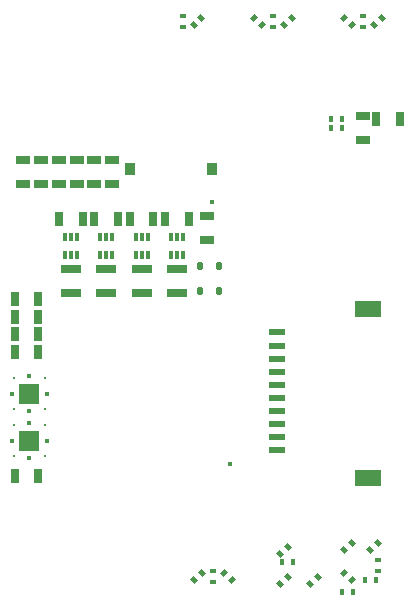
<source format=gtp>
G04*
G04 #@! TF.GenerationSoftware,Altium Limited,Altium Designer,24.5.2 (23)*
G04*
G04 Layer_Color=12040119*
%FSLAX25Y25*%
%MOIN*%
G70*
G04*
G04 #@! TF.SameCoordinates,6DF05ACD-99E5-4A60-94F4-888D25E85DCD*
G04*
G04*
G04 #@! TF.FilePolarity,Positive*
G04*
G01*
G75*
%ADD14R,0.01181X0.02638*%
%ADD15R,0.01575X0.01575*%
%ADD16R,0.03150X0.05118*%
%ADD17C,0.00591*%
%ADD18R,0.03543X0.04331*%
%ADD19R,0.05118X0.03150*%
%ADD20R,0.01406X0.01206*%
%ADD21R,0.00606X0.00606*%
%ADD22R,0.07087X0.07087*%
%ADD23R,0.01406X0.00406*%
%ADD24R,0.00406X0.01406*%
%ADD25R,0.01206X0.01406*%
G04:AMPARAMS|DCode=26|XSize=15.75mil|YSize=19.68mil|CornerRadius=0mil|HoleSize=0mil|Usage=FLASHONLY|Rotation=315.000|XOffset=0mil|YOffset=0mil|HoleType=Round|Shape=Rectangle|*
%AMROTATEDRECTD26*
4,1,4,-0.01253,-0.00139,0.00139,0.01253,0.01253,0.00139,-0.00139,-0.01253,-0.01253,-0.00139,0.0*
%
%ADD26ROTATEDRECTD26*%

%ADD27R,0.01968X0.01575*%
G04:AMPARAMS|DCode=28|XSize=15.75mil|YSize=19.68mil|CornerRadius=0mil|HoleSize=0mil|Usage=FLASHONLY|Rotation=225.000|XOffset=0mil|YOffset=0mil|HoleType=Round|Shape=Rectangle|*
%AMROTATEDRECTD28*
4,1,4,-0.00139,0.01253,0.01253,-0.00139,0.00139,-0.01253,-0.01253,0.00139,-0.00139,0.01253,0.0*
%
%ADD28ROTATEDRECTD28*%

%ADD29R,0.01575X0.01968*%
%ADD30R,0.05512X0.01968*%
%ADD31R,0.08819X0.05512*%
%ADD32R,0.06693X0.03150*%
G04:AMPARAMS|DCode=33|XSize=19.68mil|YSize=23.62mil|CornerRadius=3.94mil|HoleSize=0mil|Usage=FLASHONLY|Rotation=0.000|XOffset=0mil|YOffset=0mil|HoleType=Round|Shape=RoundedRectangle|*
%AMROUNDEDRECTD33*
21,1,0.01968,0.01575,0,0,0.0*
21,1,0.01181,0.02362,0,0,0.0*
1,1,0.00787,0.00591,-0.00787*
1,1,0.00787,-0.00591,-0.00787*
1,1,0.00787,-0.00591,0.00787*
1,1,0.00787,0.00591,0.00787*
%
%ADD33ROUNDEDRECTD33*%
D14*
X-11812Y14803D02*
D03*
X-9843D02*
D03*
X-7874D02*
D03*
Y20630D02*
D03*
X-9843D02*
D03*
X-11812D02*
D03*
X-0Y14803D02*
D03*
X1969D02*
D03*
X3937D02*
D03*
Y20630D02*
D03*
X1969D02*
D03*
X-0D02*
D03*
X11811Y14803D02*
D03*
X13780D02*
D03*
X15748D02*
D03*
Y20630D02*
D03*
X13780D02*
D03*
X11811D02*
D03*
X23621Y14803D02*
D03*
X25591D02*
D03*
X27560D02*
D03*
Y20630D02*
D03*
X25591D02*
D03*
X23621D02*
D03*
D15*
X37402Y32480D02*
D03*
X43307Y-55118D02*
D03*
D16*
X-28543Y-59055D02*
D03*
X-20669D02*
D03*
X91929Y60039D02*
D03*
X99803D02*
D03*
X-1969Y26575D02*
D03*
X5906D02*
D03*
X-13780D02*
D03*
X-5906D02*
D03*
X9843D02*
D03*
X17717D02*
D03*
X21654D02*
D03*
X29528D02*
D03*
X-20669Y-17717D02*
D03*
X-28543D02*
D03*
X-20669Y-11811D02*
D03*
X-28543D02*
D03*
X-20669Y0D02*
D03*
X-28543D02*
D03*
X-20669Y-5906D02*
D03*
X-28543D02*
D03*
D17*
X39370Y-3937D02*
D03*
Y-5906D02*
D03*
Y-7874D02*
D03*
Y-9843D02*
D03*
Y-11811D02*
D03*
Y-13780D02*
D03*
Y-15748D02*
D03*
Y-17717D02*
D03*
Y-19685D02*
D03*
Y-21654D02*
D03*
Y-23622D02*
D03*
Y-25591D02*
D03*
Y-27559D02*
D03*
Y-29528D02*
D03*
Y-31496D02*
D03*
Y-33465D02*
D03*
Y-35433D02*
D03*
Y-37402D02*
D03*
Y-39370D02*
D03*
Y-41339D02*
D03*
Y-43307D02*
D03*
Y-45276D02*
D03*
Y-47244D02*
D03*
Y-49213D02*
D03*
Y-51181D02*
D03*
X37402Y-3937D02*
D03*
Y-5906D02*
D03*
Y-7874D02*
D03*
Y-9843D02*
D03*
Y-11811D02*
D03*
Y-13780D02*
D03*
Y-15748D02*
D03*
Y-17717D02*
D03*
Y-19685D02*
D03*
Y-21654D02*
D03*
Y-23622D02*
D03*
Y-25591D02*
D03*
Y-27559D02*
D03*
Y-29528D02*
D03*
Y-31496D02*
D03*
Y-33465D02*
D03*
Y-35433D02*
D03*
Y-37402D02*
D03*
Y-39370D02*
D03*
Y-41339D02*
D03*
Y-43307D02*
D03*
Y-45276D02*
D03*
Y-47244D02*
D03*
Y-49213D02*
D03*
Y-51181D02*
D03*
X35433Y-3937D02*
D03*
Y-5906D02*
D03*
Y-11811D02*
D03*
Y-13780D02*
D03*
Y-19685D02*
D03*
Y-23622D02*
D03*
Y-27559D02*
D03*
Y-31496D02*
D03*
Y-35433D02*
D03*
Y-41339D02*
D03*
Y-43307D02*
D03*
Y-49213D02*
D03*
Y-51181D02*
D03*
X33465Y-3937D02*
D03*
Y-5906D02*
D03*
Y-9843D02*
D03*
Y-13780D02*
D03*
Y-19685D02*
D03*
Y-21654D02*
D03*
Y-25591D02*
D03*
Y-29528D02*
D03*
Y-33465D02*
D03*
Y-35433D02*
D03*
Y-41339D02*
D03*
Y-45276D02*
D03*
Y-49213D02*
D03*
Y-51181D02*
D03*
X31496Y-3937D02*
D03*
Y-5906D02*
D03*
Y-7874D02*
D03*
Y-11811D02*
D03*
Y-15748D02*
D03*
Y-17717D02*
D03*
Y-23622D02*
D03*
Y-25591D02*
D03*
Y-29528D02*
D03*
Y-31496D02*
D03*
Y-37402D02*
D03*
Y-39370D02*
D03*
Y-43307D02*
D03*
Y-47244D02*
D03*
Y-49213D02*
D03*
Y-51181D02*
D03*
X29528Y-3937D02*
D03*
Y-5906D02*
D03*
Y-7874D02*
D03*
Y-9843D02*
D03*
Y-13780D02*
D03*
Y-17717D02*
D03*
Y-23622D02*
D03*
Y-27559D02*
D03*
Y-31496D02*
D03*
Y-37402D02*
D03*
Y-41339D02*
D03*
Y-45276D02*
D03*
Y-47244D02*
D03*
Y-49213D02*
D03*
Y-51181D02*
D03*
X27559Y-3937D02*
D03*
Y-5906D02*
D03*
Y-11811D02*
D03*
Y-15748D02*
D03*
Y-19685D02*
D03*
Y-21654D02*
D03*
Y-25591D02*
D03*
Y-27559D02*
D03*
Y-29528D02*
D03*
Y-33465D02*
D03*
Y-35433D02*
D03*
Y-39370D02*
D03*
Y-43307D02*
D03*
Y-49213D02*
D03*
Y-51181D02*
D03*
X25591Y-3937D02*
D03*
Y-5906D02*
D03*
Y-11811D02*
D03*
Y-13780D02*
D03*
Y-17717D02*
D03*
Y-19685D02*
D03*
Y-21654D02*
D03*
Y-23622D02*
D03*
Y-27559D02*
D03*
Y-31496D02*
D03*
Y-33465D02*
D03*
Y-35433D02*
D03*
Y-37402D02*
D03*
Y-41339D02*
D03*
Y-43307D02*
D03*
Y-49213D02*
D03*
Y-51181D02*
D03*
X23622Y-3937D02*
D03*
Y-5906D02*
D03*
Y-7874D02*
D03*
Y-9843D02*
D03*
Y-15748D02*
D03*
Y-17717D02*
D03*
Y-23622D02*
D03*
Y-25591D02*
D03*
Y-27559D02*
D03*
Y-29528D02*
D03*
Y-37402D02*
D03*
Y-39370D02*
D03*
Y-45276D02*
D03*
Y-47244D02*
D03*
Y-49213D02*
D03*
Y-51181D02*
D03*
X21654Y-3937D02*
D03*
Y-5906D02*
D03*
Y-7874D02*
D03*
Y-9843D02*
D03*
Y-15748D02*
D03*
Y-19685D02*
D03*
Y-21654D02*
D03*
Y-27559D02*
D03*
Y-31496D02*
D03*
Y-33465D02*
D03*
Y-35433D02*
D03*
Y-37402D02*
D03*
Y-39370D02*
D03*
Y-45276D02*
D03*
Y-49213D02*
D03*
Y-51181D02*
D03*
X19685Y-3937D02*
D03*
Y-5906D02*
D03*
Y-11811D02*
D03*
Y-13780D02*
D03*
Y-17717D02*
D03*
Y-23622D02*
D03*
Y-25591D02*
D03*
Y-29528D02*
D03*
Y-31496D02*
D03*
Y-37402D02*
D03*
Y-41339D02*
D03*
Y-43307D02*
D03*
Y-47244D02*
D03*
Y-49213D02*
D03*
Y-51181D02*
D03*
X17717Y-3937D02*
D03*
Y-5906D02*
D03*
Y-9843D02*
D03*
Y-11811D02*
D03*
Y-15748D02*
D03*
Y-17717D02*
D03*
Y-19685D02*
D03*
Y-21654D02*
D03*
Y-25591D02*
D03*
Y-27559D02*
D03*
Y-33465D02*
D03*
Y-35433D02*
D03*
Y-37402D02*
D03*
Y-39370D02*
D03*
Y-43307D02*
D03*
Y-45276D02*
D03*
Y-49213D02*
D03*
Y-51181D02*
D03*
X15748Y-3937D02*
D03*
Y-5906D02*
D03*
Y-7874D02*
D03*
Y-13780D02*
D03*
Y-17717D02*
D03*
Y-23622D02*
D03*
Y-25591D02*
D03*
Y-27559D02*
D03*
Y-29528D02*
D03*
Y-31496D02*
D03*
Y-37402D02*
D03*
Y-41339D02*
D03*
Y-47244D02*
D03*
Y-49213D02*
D03*
Y-51181D02*
D03*
X13780Y-3937D02*
D03*
Y-5906D02*
D03*
Y-9843D02*
D03*
Y-11811D02*
D03*
Y-15748D02*
D03*
Y-19685D02*
D03*
Y-21654D02*
D03*
Y-27559D02*
D03*
Y-33465D02*
D03*
Y-35433D02*
D03*
Y-37402D02*
D03*
Y-39370D02*
D03*
Y-43307D02*
D03*
Y-45276D02*
D03*
Y-49213D02*
D03*
Y-51181D02*
D03*
X11811Y-3937D02*
D03*
Y-5906D02*
D03*
Y-7874D02*
D03*
Y-11811D02*
D03*
Y-13780D02*
D03*
Y-17717D02*
D03*
Y-23622D02*
D03*
Y-25591D02*
D03*
Y-27559D02*
D03*
Y-29528D02*
D03*
Y-31496D02*
D03*
Y-37402D02*
D03*
Y-41339D02*
D03*
Y-43307D02*
D03*
Y-47244D02*
D03*
Y-49213D02*
D03*
Y-51181D02*
D03*
X9843Y-3937D02*
D03*
Y-5906D02*
D03*
Y-9843D02*
D03*
Y-15748D02*
D03*
Y-17717D02*
D03*
Y-19685D02*
D03*
Y-21654D02*
D03*
Y-27559D02*
D03*
Y-29528D02*
D03*
Y-33465D02*
D03*
Y-35433D02*
D03*
Y-37402D02*
D03*
Y-39370D02*
D03*
Y-45276D02*
D03*
Y-49213D02*
D03*
Y-51181D02*
D03*
X7874Y-3937D02*
D03*
Y-5906D02*
D03*
Y-7874D02*
D03*
Y-9843D02*
D03*
Y-15748D02*
D03*
Y-17717D02*
D03*
Y-23622D02*
D03*
Y-25591D02*
D03*
Y-29528D02*
D03*
Y-31496D02*
D03*
Y-37402D02*
D03*
Y-39370D02*
D03*
Y-45276D02*
D03*
Y-47244D02*
D03*
Y-49213D02*
D03*
Y-51181D02*
D03*
X5906Y-3937D02*
D03*
Y-5906D02*
D03*
Y-11811D02*
D03*
Y-13780D02*
D03*
Y-17717D02*
D03*
Y-19685D02*
D03*
Y-21654D02*
D03*
Y-23622D02*
D03*
Y-27559D02*
D03*
Y-31496D02*
D03*
Y-33465D02*
D03*
Y-35433D02*
D03*
Y-37402D02*
D03*
Y-41339D02*
D03*
Y-43307D02*
D03*
Y-49213D02*
D03*
Y-51181D02*
D03*
X3937Y-3937D02*
D03*
Y-5906D02*
D03*
Y-11811D02*
D03*
Y-15748D02*
D03*
Y-19685D02*
D03*
Y-21654D02*
D03*
Y-25591D02*
D03*
Y-27559D02*
D03*
Y-29528D02*
D03*
Y-33465D02*
D03*
Y-35433D02*
D03*
Y-39370D02*
D03*
Y-43307D02*
D03*
Y-49213D02*
D03*
Y-51181D02*
D03*
X1969Y-3937D02*
D03*
Y-5906D02*
D03*
Y-7874D02*
D03*
Y-9843D02*
D03*
Y-13780D02*
D03*
Y-17717D02*
D03*
Y-23622D02*
D03*
Y-27559D02*
D03*
Y-31496D02*
D03*
Y-37402D02*
D03*
Y-41339D02*
D03*
Y-45276D02*
D03*
Y-47244D02*
D03*
Y-49213D02*
D03*
Y-51181D02*
D03*
X0Y-3937D02*
D03*
Y-5906D02*
D03*
Y-7874D02*
D03*
Y-11811D02*
D03*
Y-15748D02*
D03*
Y-17717D02*
D03*
Y-23622D02*
D03*
Y-25591D02*
D03*
Y-29528D02*
D03*
Y-31496D02*
D03*
Y-37402D02*
D03*
Y-39370D02*
D03*
Y-43307D02*
D03*
Y-47244D02*
D03*
Y-49213D02*
D03*
Y-51181D02*
D03*
X-1969Y-3937D02*
D03*
Y-5906D02*
D03*
Y-9843D02*
D03*
Y-13780D02*
D03*
Y-19685D02*
D03*
Y-21654D02*
D03*
Y-25591D02*
D03*
Y-29528D02*
D03*
Y-33465D02*
D03*
Y-35433D02*
D03*
Y-41339D02*
D03*
Y-45276D02*
D03*
Y-49213D02*
D03*
Y-51181D02*
D03*
X-3937Y-3937D02*
D03*
Y-5906D02*
D03*
Y-11811D02*
D03*
Y-13780D02*
D03*
Y-19685D02*
D03*
Y-23622D02*
D03*
Y-27559D02*
D03*
Y-31496D02*
D03*
Y-35433D02*
D03*
Y-41339D02*
D03*
Y-43307D02*
D03*
Y-49213D02*
D03*
Y-51181D02*
D03*
X-5906Y-3937D02*
D03*
Y-5906D02*
D03*
Y-7874D02*
D03*
Y-9843D02*
D03*
Y-11811D02*
D03*
Y-13780D02*
D03*
Y-15748D02*
D03*
Y-17717D02*
D03*
Y-19685D02*
D03*
Y-21654D02*
D03*
Y-23622D02*
D03*
Y-25591D02*
D03*
Y-27559D02*
D03*
Y-29528D02*
D03*
Y-31496D02*
D03*
Y-33465D02*
D03*
Y-35433D02*
D03*
Y-37402D02*
D03*
Y-39370D02*
D03*
Y-41339D02*
D03*
Y-43307D02*
D03*
Y-45276D02*
D03*
Y-47244D02*
D03*
Y-49213D02*
D03*
Y-51181D02*
D03*
X-7874Y-3937D02*
D03*
Y-5906D02*
D03*
Y-7874D02*
D03*
Y-9843D02*
D03*
Y-11811D02*
D03*
Y-13780D02*
D03*
Y-15748D02*
D03*
Y-17717D02*
D03*
Y-19685D02*
D03*
Y-21654D02*
D03*
Y-23622D02*
D03*
Y-25591D02*
D03*
Y-27559D02*
D03*
Y-29528D02*
D03*
Y-31496D02*
D03*
Y-33465D02*
D03*
Y-35433D02*
D03*
Y-37402D02*
D03*
Y-39370D02*
D03*
Y-41339D02*
D03*
Y-43307D02*
D03*
Y-45276D02*
D03*
Y-47244D02*
D03*
Y-49213D02*
D03*
Y-51181D02*
D03*
D18*
X9843Y43307D02*
D03*
X37402D02*
D03*
D19*
X-19685Y46260D02*
D03*
Y38386D02*
D03*
X-25591Y46260D02*
D03*
Y38386D02*
D03*
X-13780Y46260D02*
D03*
Y38386D02*
D03*
X-7874Y46260D02*
D03*
Y38386D02*
D03*
X-1969Y46260D02*
D03*
Y38386D02*
D03*
X3937Y46260D02*
D03*
Y38386D02*
D03*
X87598Y61024D02*
D03*
Y53150D02*
D03*
X35433Y27559D02*
D03*
Y19685D02*
D03*
D20*
X-17815Y-31496D02*
D03*
X-29429D02*
D03*
Y-47244D02*
D03*
X-17815D02*
D03*
D21*
X-18406Y-36713D02*
D03*
X-28839D02*
D03*
Y-26280D02*
D03*
X-18406D02*
D03*
Y-42028D02*
D03*
X-28839D02*
D03*
Y-52461D02*
D03*
X-18406D02*
D03*
D22*
X-23622Y-31496D02*
D03*
Y-47244D02*
D03*
D23*
X-17815Y-27953D02*
D03*
Y-29528D02*
D03*
Y-33465D02*
D03*
Y-35039D02*
D03*
X-29429D02*
D03*
Y-33465D02*
D03*
Y-29528D02*
D03*
Y-27953D02*
D03*
Y-43701D02*
D03*
Y-45276D02*
D03*
Y-49213D02*
D03*
Y-50787D02*
D03*
X-17815D02*
D03*
Y-49213D02*
D03*
Y-45276D02*
D03*
Y-43701D02*
D03*
D24*
X-20079Y-37303D02*
D03*
X-21654D02*
D03*
X-25591D02*
D03*
X-27165D02*
D03*
Y-25689D02*
D03*
X-25591D02*
D03*
X-21654D02*
D03*
X-20079D02*
D03*
Y-41437D02*
D03*
X-21654D02*
D03*
X-25591D02*
D03*
X-27165D02*
D03*
Y-53051D02*
D03*
X-25591D02*
D03*
X-21654D02*
D03*
X-20079D02*
D03*
D25*
X-23622Y-37303D02*
D03*
Y-25689D02*
D03*
Y-41437D02*
D03*
Y-53051D02*
D03*
D26*
X43753Y-93753D02*
D03*
X41247Y-91247D02*
D03*
X83753Y91247D02*
D03*
X81247Y93753D02*
D03*
X51247D02*
D03*
X53753Y91247D02*
D03*
X81247Y-91247D02*
D03*
X83753Y-93753D02*
D03*
D27*
X37500Y-90728D02*
D03*
Y-94272D02*
D03*
X57500Y90728D02*
D03*
Y94272D02*
D03*
X27500D02*
D03*
Y90728D02*
D03*
X87500D02*
D03*
Y94272D02*
D03*
X92500Y-86978D02*
D03*
Y-90522D02*
D03*
D28*
X31247Y-93753D02*
D03*
X33753Y-91247D02*
D03*
X93753Y93753D02*
D03*
X91247Y91247D02*
D03*
X63753Y93753D02*
D03*
X61247Y91247D02*
D03*
X31228Y91267D02*
D03*
X33733Y93772D02*
D03*
X72503Y-92497D02*
D03*
X69997Y-95003D02*
D03*
X81247Y-83753D02*
D03*
X83753Y-81247D02*
D03*
X62503Y-92497D02*
D03*
X59997Y-95003D02*
D03*
X92503Y-81247D02*
D03*
X89997Y-83753D02*
D03*
X62503Y-82497D02*
D03*
X59997Y-85003D02*
D03*
D29*
X64272Y-87500D02*
D03*
X60728D02*
D03*
X80728Y-97500D02*
D03*
X84272D02*
D03*
X76968Y60039D02*
D03*
X80512D02*
D03*
X91772Y-93750D02*
D03*
X88228D02*
D03*
X80512Y57087D02*
D03*
X76968D02*
D03*
D30*
X58858Y-15748D02*
D03*
Y-10827D02*
D03*
Y-50394D02*
D03*
Y-46063D02*
D03*
Y-41732D02*
D03*
Y-37402D02*
D03*
Y-33071D02*
D03*
Y-28740D02*
D03*
Y-24409D02*
D03*
Y-20079D02*
D03*
D31*
X89370Y-59724D02*
D03*
Y-3268D02*
D03*
D32*
X1969Y1969D02*
D03*
Y9843D02*
D03*
X13780Y1969D02*
D03*
Y9843D02*
D03*
X-9843Y1969D02*
D03*
Y9843D02*
D03*
X25591Y1969D02*
D03*
Y9843D02*
D03*
D33*
X33268Y2756D02*
D03*
X39567D02*
D03*
Y11024D02*
D03*
X33268D02*
D03*
M02*

</source>
